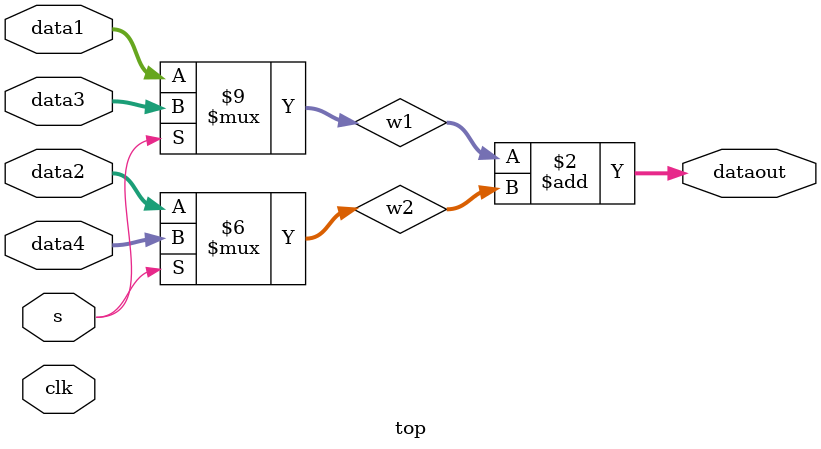
<source format=v>

module top
#(parameter WIDTH=32)
(
  input [WIDTH-1:0] data1,
  input [WIDTH-1:0] data2,
  input [WIDTH-1:0] data3,
  input [WIDTH-1:0] data4,
  input clk,
  input s,
  output reg [WIDTH-1:0] dataout // WIDTH*2 for multiply
);
  reg [WIDTH-1:0] w1;
  reg [WIDTH-1:0] w2;

  always @ (*)
  begin
    dataout <= w1 + w2; // select operation here
  end

  always @ (*)
  begin
    if (s==0)
    begin
      w1 <= data1;
      w2 <= data2;
    end
    else 
    begin
      w1 <= data3;
      w2 <= data4;
    end
  end
endmodule


</source>
